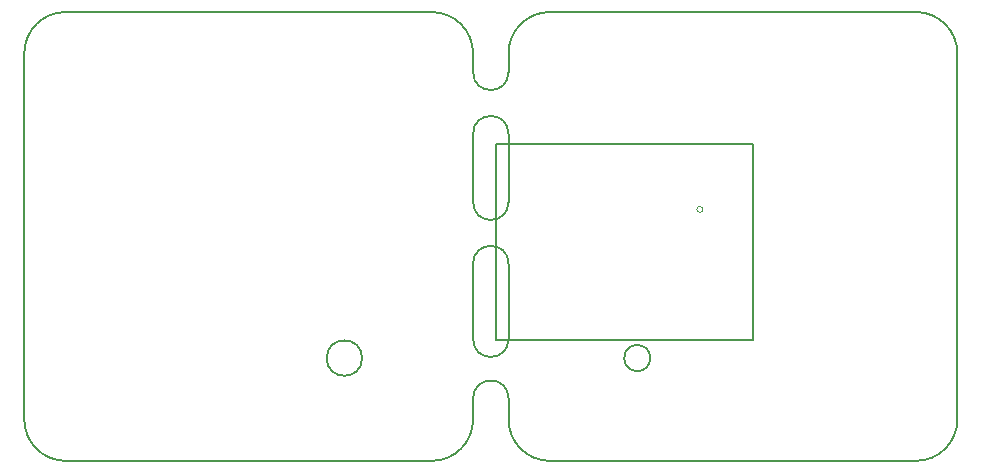
<source format=gbr>
%TF.GenerationSoftware,KiCad,Pcbnew,(5.1.8-0-10_14)*%
%TF.CreationDate,2021-08-30T17:25:53+02:00*%
%TF.ProjectId,ethersweep,65746865-7273-4776-9565-702e6b696361,2.0.1*%
%TF.SameCoordinates,Original*%
%TF.FileFunction,OtherDrawing,Comment*%
%FSLAX46Y46*%
G04 Gerber Fmt 4.6, Leading zero omitted, Abs format (unit mm)*
G04 Created by KiCad (PCBNEW (5.1.8-0-10_14)) date 2021-08-30 17:25:53*
%MOMM*%
%LPD*%
G01*
G04 APERTURE LIST*
%ADD10C,0.150000*%
%TA.AperFunction,Profile*%
%ADD11C,0.150000*%
%TD*%
%ADD12C,0.100000*%
G04 APERTURE END LIST*
D10*
X207800000Y-37900000D02*
X207800000Y-54500000D01*
X186000000Y-37900000D02*
X207800000Y-37900000D01*
X186000000Y-54500000D02*
X186000000Y-37900000D01*
X207800000Y-54500000D02*
X186000000Y-54500000D01*
D11*
X221600000Y-26700000D02*
G75*
G02*
X225100000Y-30200000I0J-3500000D01*
G01*
X184100000Y-60700000D02*
X184100000Y-59400000D01*
X187100000Y-31800000D02*
X187100000Y-30700000D01*
X187100000Y-31800000D02*
G75*
G02*
X184100000Y-31800000I-1500000J0D01*
G01*
X187100000Y-61200000D02*
X187100000Y-59400000D01*
X184100000Y-31800000D02*
X184100000Y-30200000D01*
X184100000Y-59400000D02*
G75*
G02*
X187100000Y-59400000I1500000J0D01*
G01*
D10*
X199104536Y-55995464D02*
G75*
G03*
X199104536Y-55995464I-1104536J0D01*
G01*
D11*
X187100000Y-42800000D02*
G75*
G02*
X184100000Y-42800000I-1500000J0D01*
G01*
X184100000Y-37000000D02*
G75*
G02*
X187100000Y-37000000I1500000J0D01*
G01*
X187100000Y-42800000D02*
X187100000Y-37000000D01*
X184100000Y-54400000D02*
X184100000Y-48000000D01*
X184100000Y-48000000D02*
G75*
G02*
X187100000Y-48000000I1500000J0D01*
G01*
X184100000Y-42800000D02*
X184100000Y-37000000D01*
X187100000Y-54400000D02*
X187100000Y-48000000D01*
X187100000Y-54400000D02*
G75*
G02*
X184100000Y-54400000I-1500000J0D01*
G01*
X184100000Y-61200000D02*
X184100000Y-60700000D01*
X187100000Y-30200000D02*
X187100000Y-30700000D01*
X174700000Y-56000000D02*
G75*
G03*
X174700000Y-56000000I-1500000J0D01*
G01*
X149600000Y-64700000D02*
G75*
G02*
X146100000Y-61200000I0J3500000D01*
G01*
X149600000Y-64700000D02*
X180600000Y-64700000D01*
X190600000Y-26700000D02*
X221600000Y-26700000D01*
X187100000Y-30200000D02*
G75*
G02*
X190600000Y-26700000I3500000J0D01*
G01*
X225100000Y-61200000D02*
G75*
G02*
X221600000Y-64700000I-3500000J0D01*
G01*
X190600000Y-64700000D02*
G75*
G02*
X187100000Y-61200000I0J3500000D01*
G01*
X190600000Y-64700000D02*
X221600000Y-64700000D01*
X225100000Y-61200000D02*
X225100000Y-30200000D01*
X146100000Y-30200000D02*
X146100000Y-61200000D01*
X184100000Y-61200000D02*
G75*
G02*
X180600000Y-64700000I-3500000J0D01*
G01*
X180600000Y-26700000D02*
G75*
G02*
X184100000Y-30200000I0J-3500000D01*
G01*
X146100000Y-30200000D02*
G75*
G02*
X149600000Y-26700000I3500000J0D01*
G01*
X180600000Y-26700000D02*
X149600000Y-26700000D01*
D12*
X203560000Y-43414000D02*
G75*
G03*
X203560000Y-43414000I-254000J0D01*
G01*
M02*

</source>
